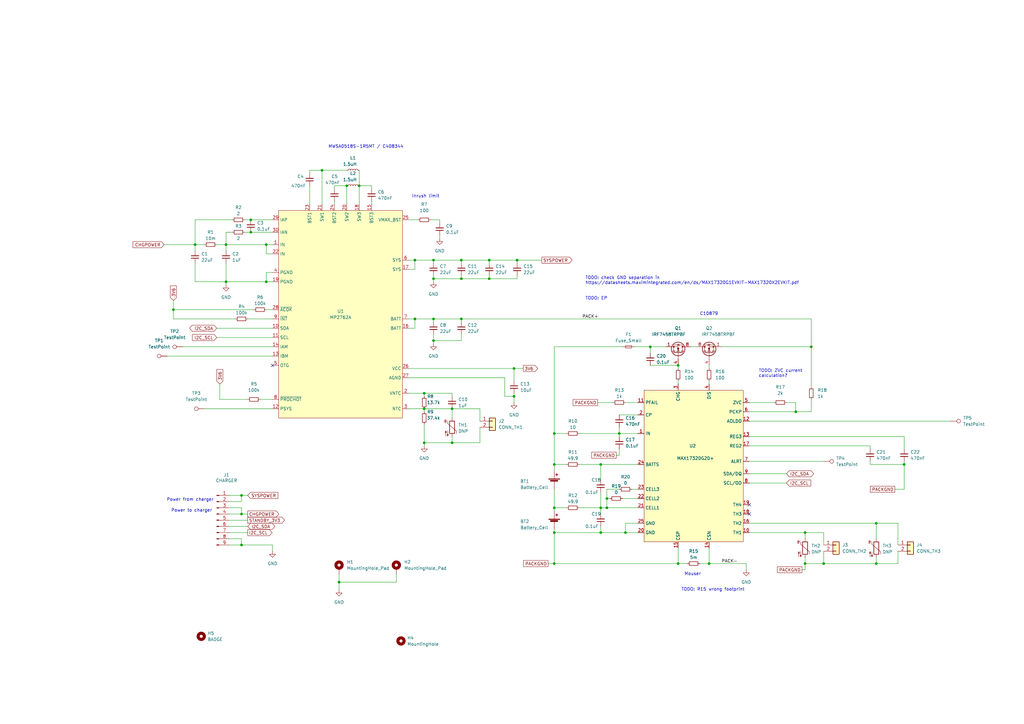
<source format=kicad_sch>
(kicad_sch (version 20211123) (generator eeschema)
  (paper "A3")
  (lib_symbols
    (symbol "Connector:Conn_01x09_Male" (pin_names (offset 1.016) hide)
      (property "Reference" "J" (at 0 12.7 0))
      (property "Value" "Conn_01x09_Male" (at 0 -12.7 0))
      (symbol "Conn_01x09_Male_1_1"
        (pin passive line (at 5.08 10.16 180) (length 3.81) (name "Pin_1") (number "1"))
        (pin passive line (at 5.08 7.62 180) (length 3.81) (name "Pin_2") (number "2"))
        (pin passive line (at 5.08 5.08 180) (length 3.81) (name "Pin_3") (number "3"))
        (pin passive line (at 5.08 2.54 180) (length 3.81) (name "Pin_4") (number "4"))
        (pin passive line (at 5.08 0 180) (length 3.81) (name "Pin_5") (number "5"))
        (pin passive line (at 5.08 -2.54 180) (length 3.81) (name "Pin_6") (number "6"))
        (pin passive line (at 5.08 -5.08 180) (length 3.81) (name "Pin_7") (number "7"))
        (pin passive line (at 5.08 -7.62 180) (length 3.81) (name "Pin_8") (number "8"))
        (pin passive line (at 5.08 -10.16 180) (length 3.81) (name "Pin_9") (number "9"))
      )
    )
    (symbol "Connector:TestPoint" (pin_numbers hide) (pin_names (offset 0.762) hide)
      (property "Reference" "TP" (at 0 6.858 0))
      (property "Value" "TestPoint" (at 0 5.08 0))
      (symbol "TestPoint_1_1"
        (pin passive line (at 0 0 90) (length 2.54) (name "1") (number "1"))
      )
    )
    (symbol "Connector_Generic:Conn_01x02" (pin_names (offset 1.016) hide)
      (property "Reference" "J" (at 0 2.54 0))
      (property "Value" "Conn_01x02" (at 0 -5.08 0))
      (symbol "Conn_01x02_1_1"
        (pin passive line (at -5.08 0 0) (length 3.81) (name "Pin_1") (number "1"))
        (pin passive line (at -5.08 -2.54 0) (length 3.81) (name "Pin_2") (number "2"))
      )
    )
    (symbol "Device:Battery_Cell" (pin_numbers hide) (pin_names (offset 0) hide)
      (property "Reference" "BT" (at 2.54 2.54 0))
      (property "Value" "Battery_Cell" (at 2.54 0 0))
      (symbol "Battery_Cell_1_1"
        (pin passive line (at 0 5.08 270) (length 2.54) (name "+") (number "1"))
        (pin passive line (at 0 -2.54 90) (length 2.54) (name "-") (number "2"))
      )
    )
    (symbol "Device:C_Small" (pin_numbers hide) (pin_names (offset 0.254) hide)
      (property "Reference" "C" (at 0.254 1.778 0))
      (property "Value" "C_Small" (at 0.254 -2.032 0))
      (symbol "C_Small_1_1"
        (pin passive line (at 0 2.54 270) (length 2.032) (name "~") (number "1"))
        (pin passive line (at 0 -2.54 90) (length 2.032) (name "~") (number "2"))
      )
    )
    (symbol "Device:Fuse_Small" (pin_numbers hide) (pin_names (offset 0.254) hide)
      (property "Reference" "F" (at 0 -1.524 0))
      (property "Value" "Fuse_Small" (at 0 1.524 0))
      (symbol "Fuse_Small_1_1"
        (pin passive line (at -2.54 0 0) (length 1.27) (name "~") (number "1"))
        (pin passive line (at 2.54 0 180) (length 1.27) (name "~") (number "2"))
      )
    )
    (symbol "Device:L_Small" (pin_numbers hide) (pin_names (offset 0.254) hide)
      (property "Reference" "L" (at 0.762 1.016 0))
      (property "Value" "L_Small" (at 0.762 -1.016 0))
      (symbol "L_Small_1_1"
        (pin passive line (at 0 2.54 270) (length 0.508) (name "~") (number "1"))
        (pin passive line (at 0 -2.54 90) (length 0.508) (name "~") (number "2"))
      )
    )
    (symbol "Device:R_Small" (pin_numbers hide) (pin_names (offset 0.254) hide)
      (property "Reference" "R" (at 0.762 0.508 0))
      (property "Value" "R_Small" (at 0.762 -1.016 0))
      (symbol "R_Small_1_1"
        (pin passive line (at 0 2.54 270) (length 0.762) (name "~") (number "1"))
        (pin passive line (at 0 -2.54 90) (length 0.762) (name "~") (number "2"))
      )
    )
    (symbol "Device:Thermistor_NTC" (pin_numbers hide) (pin_names (offset 0))
      (property "Reference" "TH" (at -4.445 0 90))
      (property "Value" "Thermistor_NTC" (at 3.175 0 90))
      (symbol "Thermistor_NTC_1_1"
        (pin passive line (at 0 3.81 270) (length 1.27) (name "~") (number "1"))
        (pin passive line (at 0 -3.81 90) (length 1.27) (name "~") (number "2"))
      )
    )
    (symbol "Mechanical:MountingHole" (pin_names (offset 1.016))
      (property "Reference" "H" (at 0 5.08 0))
      (property "Value" "MountingHole" (at 0 3.175 0))
    )
    (symbol "Mechanical:MountingHole_Pad" (pin_numbers hide) (pin_names (offset 1.016) hide)
      (property "Reference" "H" (at 0 6.35 0))
      (property "Value" "MountingHole_Pad" (at 0 4.445 0))
      (symbol "MountingHole_Pad_1_1"
        (pin input line (at 0 -2.54 90) (length 2.54) (name "1") (number "1"))
      )
    )
    (symbol "Transistor_FET:IRF7403" (pin_names hide)
      (property "Reference" "Q" (at 5.08 2.54 0))
      (property "Value" "IRF7403" (at 5.08 0 0))
      (symbol "IRF7403_1_1"
        (pin passive line (at 2.54 -5.08 90) (length 2.54) (name "S") (number "1"))
        (pin passive line (at 2.54 -5.08 90) (length 2.54) hide (name "S") (number "2"))
        (pin passive line (at 2.54 -5.08 90) (length 2.54) hide (name "S") (number "3"))
        (pin input line (at -5.08 0 0) (length 2.54) (name "G") (number "4"))
        (pin passive line (at 2.54 5.08 270) (length 2.54) hide (name "D") (number "5"))
        (pin passive line (at 2.54 5.08 270) (length 2.54) hide (name "D") (number "6"))
        (pin passive line (at 2.54 5.08 270) (length 2.54) hide (name "D") (number "7"))
        (pin passive line (at 2.54 5.08 270) (length 2.54) (name "D") (number "8"))
      )
    )
    (symbol "pocket-reform-charger:MAX17320G"
      (property "Reference" "U2" (at -1.7906 2.54 0))
      (property "Value" "MAX17320G" (at -6.8706 -2.54 0))
      (symbol "MAX17320G_1_1"
        (pin power_in line (at -22.86 7.62 0) (length 2.54) (name "IN") (number "1"))
        (pin input line (at 22.86 -33.02 180) (length 2.54) (name "TH1") (number "10"))
        (pin input line (at -22.86 20.32 0) (length 2.54) (name "PFAIL") (number "11"))
        (pin passive line (at 22.86 12.7 180) (length 2.54) (name "AOLDO") (number "12"))
        (pin input line (at 22.86 6.35 180) (length 2.54) (name "REG3") (number "13"))
        (pin input line (at 6.35 -39.37 90) (length 2.54) (name "CSN") (number "14"))
        (pin input line (at -6.35 -39.37 90) (length 2.54) (name "CSP") (number "15"))
        (pin input line (at 22.86 -29.21 180) (length 2.54) (name "TH2") (number "16"))
        (pin input line (at 22.86 2.54 180) (length 2.54) (name "REG2") (number "17"))
        (pin input line (at 22.86 -25.4 180) (length 2.54) (name "TH3") (number "18"))
        (pin input line (at 22.86 -21.59 180) (length 2.54) (name "TH4") (number "19"))
        (pin input line (at -22.86 15.24 0) (length 2.54) (name "CP") (number "2"))
        (pin input line (at -22.86 -33.02 0) (length 2.54) (name "GND") (number "20"))
        (pin input line (at -22.86 -22.86 0) (length 2.54) (name "CELL1") (number "21"))
        (pin input line (at -22.86 -19.05 0) (length 2.54) (name "CELL2") (number "22"))
        (pin input line (at -22.86 -15.24 0) (length 2.54) (name "CELL3") (number "23"))
        (pin input line (at -22.86 -5.08 0) (length 2.54) (name "BATTS") (number "24"))
        (pin input line (at -22.86 -29.21 0) (length 2.54) (name "GND") (number "25"))
        (pin input line (at -6.35 27.94 270) (length 2.54) (name "CHG") (number "3"))
        (pin input line (at 6.35 27.94 270) (length 2.54) (name "DIS") (number "4"))
        (pin passive line (at 22.86 20.32 180) (length 2.54) (name "ZVC") (number "5"))
        (pin passive line (at 22.86 16.51 180) (length 2.54) (name "PCKP") (number "6"))
        (pin output line (at 22.86 -3.81 180) (length 2.54) (name "ALRT") (number "7"))
        (pin input line (at 22.86 -12.7 180) (length 2.54) (name "SCL/OD") (number "8"))
        (pin bidirectional line (at 22.86 -8.89 180) (length 2.54) (name "SDA/DQ") (number "9"))
      )
    )
    (symbol "pocket-reform-charger:MP2762A"
      (property "Reference" "U?" (at 0 0.635 0))
      (property "Value" "MP2762A" (at 0 -1.905 0))
      (symbol "MP2762A_1_1"
        (pin power_in line (at -27.94 27.94 0) (length 2.54) (name "IN") (number "1"))
        (pin bidirectional line (at -27.94 -6.35 0) (length 2.54) (name "SDA") (number "10"))
        (pin input line (at -27.94 -10.16 0) (length 2.54) (name "SCL") (number "11"))
        (pin input line (at -27.94 -39.37 0) (length 2.54) (name "PSYS") (number "12"))
        (pin input line (at -27.94 -17.78 0) (length 2.54) (name "IBM") (number "13"))
        (pin input line (at -27.94 -13.97 0) (length 2.54) (name "IAM") (number "14"))
        (pin input line (at 12.7 44.45 270) (length 2.54) (name "BST3") (number "15"))
        (pin input line (at 27.94 -6.35 180) (length 2.54) (name "BATT") (number "16"))
        (pin power_out line (at 27.94 17.78 180) (length 2.54) (name "SYS") (number "17"))
        (pin input line (at 7.62 44.45 270) (length 2.54) (name "SW3") (number "18"))
        (pin power_in line (at -27.94 12.7 0) (length 2.54) (name "PGND") (number "19"))
        (pin input line (at 27.94 -33.02 180) (length 2.54) (name "VNTC") (number "2"))
        (pin input line (at 2.54 44.45 270) (length 2.54) (name "SW2") (number "20"))
        (pin input line (at -7.62 44.45 270) (length 2.54) (name "SW1") (number "21"))
        (pin power_in line (at -27.94 24.13 0) (length 2.54) (name "IN") (number "22"))
        (pin input line (at -12.7 44.45 270) (length 2.54) (name "BST1") (number "23"))
        (pin input line (at -2.54 44.45 270) (length 2.54) (name "BST2") (number "24"))
        (pin input line (at 27.94 38.1 180) (length 2.54) (name "VMAX_BST") (number "25"))
        (pin power_in line (at 27.94 -22.86 180) (length 2.54) (name "VCC") (number "26"))
        (pin power_in line (at 27.94 -26.67 180) (length 2.54) (name "AGND") (number "27"))
        (pin input line (at -27.94 1.27 0) (length 2.54) (name "~{ACOK}") (number "28"))
        (pin input line (at -27.94 38.1 0) (length 2.54) (name "IAP") (number "29"))
        (pin input line (at 27.94 -39.37 180) (length 2.54) (name "NTC") (number "3"))
        (pin power_in line (at -27.94 33.02 0) (length 2.54) (name "IAN") (number "30"))
        (pin power_in line (at -27.94 16.51 0) (length 2.54) (name "PGND") (number "4"))
        (pin input line (at -27.94 -21.59 0) (length 2.54) (name "OTG") (number "5"))
        (pin power_out line (at 27.94 21.59 180) (length 2.54) (name "SYS") (number "6"))
        (pin input line (at 27.94 -2.54 180) (length 2.54) (name "BATT") (number "7"))
        (pin input line (at -27.94 -35.56 0) (length 2.54) (name "~{PROCHOT}") (number "8"))
        (pin input line (at -27.94 -2.54 0) (length 2.54) (name "~{INT}") (number "9"))
      )
    )
    (symbol "power:GND" (power) (pin_names (offset 0))
      (property "Value" "GND" (at 0 -3.81 0))
      (symbol "GND_1_1"
        (pin power_in line (at 0 0 270) (length 0) hide (name "GND") (number "1"))
      )
    )
  )
  (junction (at 278.13 231.14))
  (junction (at 173.99 161.29))
  (junction (at 266.7 142.24))
  (junction (at 359.41 231.14))
  (junction (at 177.8 139.7))
  (junction (at 173.99 181.61))
  (junction (at 337.82 231.14))
  (junction (at 71.12 127))
  (junction (at 189.23 130.81))
  (junction (at 332.74 142.24))
  (junction (at 246.38 218.44))
  (junction (at 278.13 149.86))
  (junction (at 227.33 231.14))
  (junction (at 248.92 208.28))
  (junction (at 177.8 114.3))
  (junction (at 326.39 168.91))
  (junction (at 227.33 177.8))
  (junction (at 210.82 151.13))
  (junction (at 92.71 100.33))
  (junction (at 102.87 90.17))
  (junction (at 102.87 95.25))
  (junction (at 109.22 115.57))
  (junction (at 109.22 100.33))
  (junction (at 80.01 100.33))
  (junction (at 254 177.8))
  (junction (at 185.42 181.61))
  (junction (at 246.38 190.5))
  (junction (at 290.83 231.14))
  (junction (at 359.41 214.63))
  (junction (at 210.82 162.56))
  (junction (at 170.18 130.81))
  (junction (at 246.38 208.28))
  (junction (at 330.2 218.44))
  (junction (at 212.09 106.68))
  (junction (at 256.54 218.44))
  (junction (at 173.99 167.64))
  (junction (at 185.42 167.64))
  (junction (at 200.66 106.68))
  (junction (at 99.06 203.2))
  (junction (at 132.08 69.85))
  (junction (at 99.06 223.52))
  (junction (at 248.92 204.47))
  (junction (at 189.23 114.3))
  (junction (at 330.2 231.14))
  (junction (at 142.24 76.2))
  (junction (at 189.23 106.68))
  (junction (at 200.66 114.3))
  (junction (at 227.33 208.28))
  (junction (at 99.06 210.82))
  (junction (at 227.33 190.5))
  (junction (at 147.32 76.2))
  (junction (at 370.84 190.5))
  (junction (at 227.33 218.44))
  (junction (at 177.8 106.68))
  (junction (at 170.18 106.68))
  (junction (at 139.065 238.76))
  (junction (at 92.71 115.57))
  (junction (at 177.8 130.81))
  (no_connect (at 307.34 207.01))
  (no_connect (at 307.34 210.82))
  (no_connect (at 111.76 149.86))
  (wire (pts (xy 326.39 165.1) (xy 322.58 165.1)))
  (wire (pts (xy 173.99 173.99) (xy 173.99 181.61)))
  (wire (pts (xy 80.01 100.33) (xy 80.01 102.87)))
  (wire (pts (xy 83.82 167.64) (xy 111.76 167.64)))
  (wire (pts (xy 207.01 162.56) (xy 210.82 162.56)))
  (wire (pts (xy 100.33 95.25) (xy 102.87 95.25)))
  (wire (pts (xy 359.41 231.14) (xy 359.41 228.6)))
  (wire (pts (xy 330.2 218.44) (xy 337.82 218.44)))
  (wire (pts (xy 99.06 220.98) (xy 99.06 223.52)))
  (wire (pts (xy 167.64 161.29) (xy 173.99 161.29)))
  (wire (pts (xy 259.08 200.66) (xy 261.62 200.66)))
  (wire (pts (xy 337.82 218.44) (xy 337.82 223.52)))
  (wire (pts (xy 332.74 168.91) (xy 332.74 163.83)))
  (wire (pts (xy 307.34 168.91) (xy 326.39 168.91)))
  (wire (pts (xy 278.13 156.21) (xy 278.13 157.48)))
  (wire (pts (xy 254 200.66) (xy 248.92 200.66)))
  (wire (pts (xy 167.64 151.13) (xy 210.82 151.13)))
  (wire (pts (xy 283.21 142.24) (xy 285.75 142.24)))
  (wire (pts (xy 92.71 116.84) (xy 92.71 115.57)))
  (wire (pts (xy 359.41 220.98) (xy 359.41 214.63)))
  (wire (pts (xy 132.08 69.85) (xy 127 69.85)))
  (wire (pts (xy 207.01 154.94) (xy 207.01 162.56)))
  (wire (pts (xy 254 175.26) (xy 254 177.8)))
  (wire (pts (xy 170.18 130.81) (xy 170.18 134.62)))
  (wire (pts (xy 227.33 208.28) (xy 227.33 209.55)))
  (wire (pts (xy 210.82 162.56) (xy 210.82 165.1)))
  (wire (pts (xy 328.93 233.68) (xy 330.2 233.68)))
  (wire (pts (xy 93.98 205.74) (xy 99.06 205.74)))
  (wire (pts (xy 93.98 210.82) (xy 99.06 210.82)))
  (wire (pts (xy 99.06 208.28) (xy 99.06 210.82)))
  (wire (pts (xy 332.74 130.81) (xy 332.74 142.24)))
  (wire (pts (xy 177.8 114.3) (xy 189.23 114.3)))
  (wire (pts (xy 167.64 167.64) (xy 173.99 167.64)))
  (wire (pts (xy 224.79 231.14) (xy 227.33 231.14)))
  (wire (pts (xy 74.93 142.24) (xy 111.76 142.24)))
  (wire (pts (xy 167.64 90.17) (xy 171.45 90.17)))
  (wire (pts (xy 290.83 231.14) (xy 306.07 231.14)))
  (wire (pts (xy 237.49 177.8) (xy 254 177.8)))
  (wire (pts (xy 93.98 208.28) (xy 99.06 208.28)))
  (wire (pts (xy 356.87 190.5) (xy 356.87 189.23)))
  (wire (pts (xy 90.17 163.83) (xy 90.17 157.48)))
  (wire (pts (xy 367.03 200.66) (xy 370.84 200.66)))
  (wire (pts (xy 359.41 214.63) (xy 368.3 214.63)))
  (wire (pts (xy 356.87 182.88) (xy 356.87 184.15)))
  (wire (pts (xy 210.82 161.29) (xy 210.82 162.56)))
  (wire (pts (xy 368.3 214.63) (xy 368.3 223.52)))
  (wire (pts (xy 152.4 82.55) (xy 152.4 83.82)))
  (wire (pts (xy 167.64 154.94) (xy 207.01 154.94)))
  (wire (pts (xy 96.52 130.81) (xy 71.12 130.81)))
  (wire (pts (xy 307.34 194.31) (xy 322.58 194.31)))
  (wire (pts (xy 332.74 142.24) (xy 295.91 142.24)))
  (wire (pts (xy 127 76.2) (xy 127 83.82)))
  (wire (pts (xy 106.68 163.83) (xy 111.76 163.83)))
  (wire (pts (xy 326.39 168.91) (xy 332.74 168.91)))
  (wire (pts (xy 307.34 182.88) (xy 356.87 182.88)))
  (wire (pts (xy 185.42 167.64) (xy 196.85 167.64)))
  (wire (pts (xy 227.33 218.44) (xy 227.33 217.17)))
  (wire (pts (xy 246.38 190.5) (xy 246.38 196.85)))
  (wire (pts (xy 227.33 200.66) (xy 227.33 208.28)))
  (wire (pts (xy 227.33 190.5) (xy 227.33 193.04)))
  (wire (pts (xy 173.99 161.29) (xy 185.42 161.29)))
  (wire (pts (xy 111.76 226.06) (xy 111.76 223.52)))
  (wire (pts (xy 139.065 238.76) (xy 162.56 238.76)))
  (wire (pts (xy 132.08 83.82) (xy 132.08 69.85)))
  (wire (pts (xy 170.18 130.81) (xy 177.8 130.81)))
  (wire (pts (xy 290.83 156.21) (xy 290.83 157.48)))
  (wire (pts (xy 173.99 161.29) (xy 173.99 162.56)))
  (wire (pts (xy 200.66 113.03) (xy 200.66 114.3)))
  (wire (pts (xy 196.85 181.61) (xy 196.85 175.26)))
  (wire (pts (xy 177.8 113.03) (xy 177.8 114.3)))
  (wire (pts (xy 92.71 115.57) (xy 109.22 115.57)))
  (wire (pts (xy 93.98 218.44) (xy 101.6 218.44)))
  (wire (pts (xy 232.41 177.8) (xy 227.33 177.8)))
  (wire (pts (xy 111.76 104.14) (xy 109.22 104.14)))
  (wire (pts (xy 248.92 204.47) (xy 250.19 204.47)))
  (wire (pts (xy 252.73 186.69) (xy 254 186.69)))
  (wire (pts (xy 177.8 130.81) (xy 177.8 132.08)))
  (wire (pts (xy 80.01 100.33) (xy 83.82 100.33)))
  (wire (pts (xy 330.2 220.98) (xy 330.2 218.44)))
  (wire (pts (xy 254 170.18) (xy 261.62 170.18)))
  (wire (pts (xy 189.23 106.68) (xy 189.23 107.95)))
  (wire (pts (xy 162.56 238.76) (xy 162.56 235.585)))
  (wire (pts (xy 307.34 198.12) (xy 322.58 198.12)))
  (wire (pts (xy 212.09 106.68) (xy 212.09 107.95)))
  (wire (pts (xy 109.22 104.14) (xy 109.22 100.33)))
  (wire (pts (xy 109.22 100.33) (xy 111.76 100.33)))
  (wire (pts (xy 173.99 167.64) (xy 173.99 168.91)))
  (wire (pts (xy 210.82 151.13) (xy 214.63 151.13)))
  (wire (pts (xy 93.98 220.98) (xy 99.06 220.98)))
  (wire (pts (xy 189.23 106.68) (xy 200.66 106.68)))
  (wire (pts (xy 92.71 95.25) (xy 92.71 100.33)))
  (wire (pts (xy 261.62 214.63) (xy 256.54 214.63)))
  (wire (pts (xy 307.34 165.1) (xy 317.5 165.1)))
  (wire (pts (xy 177.8 106.68) (xy 189.23 106.68)))
  (wire (pts (xy 246.38 208.28) (xy 246.38 210.82)))
  (wire (pts (xy 147.32 76.2) (xy 152.4 76.2)))
  (wire (pts (xy 248.92 200.66) (xy 248.92 204.47)))
  (wire (pts (xy 359.41 214.63) (xy 307.34 214.63)))
  (wire (pts (xy 210.82 151.13) (xy 210.82 156.21)))
  (wire (pts (xy 100.33 90.17) (xy 102.87 90.17)))
  (wire (pts (xy 92.71 100.33) (xy 109.22 100.33)))
  (wire (pts (xy 80.01 115.57) (xy 80.01 107.95)))
  (wire (pts (xy 127 69.85) (xy 127 71.12)))
  (wire (pts (xy 189.23 113.03) (xy 189.23 114.3)))
  (wire (pts (xy 132.08 69.85) (xy 142.24 69.85)))
  (wire (pts (xy 139.065 235.585) (xy 139.065 238.76)))
  (wire (pts (xy 177.8 139.7) (xy 189.23 139.7)))
  (wire (pts (xy 246.38 215.9) (xy 246.38 218.44)))
  (wire (pts (xy 71.12 130.81) (xy 71.12 127)))
  (wire (pts (xy 255.27 204.47) (xy 261.62 204.47)))
  (wire (pts (xy 266.7 142.24) (xy 266.7 144.78)))
  (wire (pts (xy 137.16 82.55) (xy 137.16 83.82)))
  (wire (pts (xy 256.54 165.1) (xy 261.62 165.1)))
  (wire (pts (xy 359.41 231.14) (xy 368.3 231.14)))
  (wire (pts (xy 101.6 130.81) (xy 111.76 130.81)))
  (wire (pts (xy 99.06 203.2) (xy 101.6 203.2)))
  (wire (pts (xy 109.22 127) (xy 111.76 127)))
  (wire (pts (xy 180.34 91.44) (xy 180.34 90.17)))
  (wire (pts (xy 278.13 149.86) (xy 278.13 151.13)))
  (wire (pts (xy 246.38 201.93) (xy 246.38 208.28)))
  (wire (pts (xy 370.84 190.5) (xy 356.87 190.5)))
  (wire (pts (xy 212.09 114.3) (xy 212.09 113.03)))
  (wire (pts (xy 200.66 114.3) (xy 212.09 114.3)))
  (wire (pts (xy 167.64 106.68) (xy 170.18 106.68)))
  (wire (pts (xy 177.8 114.3) (xy 177.8 115.57)))
  (wire (pts (xy 71.12 127) (xy 104.14 127)))
  (wire (pts (xy 99.06 210.82) (xy 101.6 210.82)))
  (wire (pts (xy 99.06 223.52) (xy 111.76 223.52)))
  (wire (pts (xy 306.07 233.68) (xy 306.07 231.14)))
  (wire (pts (xy 189.23 130.81) (xy 189.23 132.08)))
  (wire (pts (xy 180.34 96.52) (xy 180.34 97.79)))
  (wire (pts (xy 170.18 106.68) (xy 170.18 110.49)))
  (wire (pts (xy 196.85 167.64) (xy 196.85 172.72)))
  (wire (pts (xy 256.54 214.63) (xy 256.54 218.44)))
  (wire (pts (xy 307.34 218.44) (xy 330.2 218.44)))
  (wire (pts (xy 330.2 231.14) (xy 330.2 233.68)))
  (wire (pts (xy 68.58 146.05) (xy 111.76 146.05)))
  (wire (pts (xy 137.16 76.2) (xy 142.24 76.2)))
  (wire (pts (xy 180.34 90.17) (xy 176.53 90.17)))
  (wire (pts (xy 99.06 223.52) (xy 93.98 223.52)))
  (wire (pts (xy 278.13 231.14) (xy 278.13 224.79)))
  (wire (pts (xy 370.84 190.5) (xy 370.84 200.66)))
  (wire (pts (xy 173.99 167.64) (xy 185.42 167.64)))
  (wire (pts (xy 109.22 111.76) (xy 109.22 115.57)))
  (wire (pts (xy 88.9 134.62) (xy 111.76 134.62)))
  (wire (pts (xy 185.42 181.61) (xy 196.85 181.61)))
  (wire (pts (xy 102.87 95.25) (xy 111.76 95.25)))
  (wire (pts (xy 93.98 203.2) (xy 99.06 203.2)))
  (wire (pts (xy 248.92 208.28) (xy 261.62 208.28)))
  (wire (pts (xy 95.25 90.17) (xy 80.01 90.17)))
  (wire (pts (xy 152.4 77.47) (xy 152.4 76.2)))
  (wire (pts (xy 254 186.69) (xy 254 184.15)))
  (wire (pts (xy 111.76 111.76) (xy 109.22 111.76)))
  (wire (pts (xy 246.38 208.28) (xy 248.92 208.28)))
  (wire (pts (xy 137.16 77.47) (xy 137.16 76.2)))
  (wire (pts (xy 307.34 189.23) (xy 337.82 189.23)))
  (wire (pts (xy 189.23 114.3) (xy 200.66 114.3)))
  (wire (pts (xy 92.71 115.57) (xy 80.01 115.57)))
  (wire (pts (xy 185.42 181.61) (xy 185.42 179.07)))
  (wire (pts (xy 254 177.8) (xy 261.62 177.8)))
  (wire (pts (xy 170.18 134.62) (xy 167.64 134.62)))
  (wire (pts (xy 167.64 130.81) (xy 170.18 130.81)))
  (wire (pts (xy 248.92 208.28) (xy 248.92 204.47)))
  (wire (pts (xy 170.18 106.68) (xy 177.8 106.68)))
  (wire (pts (xy 185.42 167.64) (xy 185.42 171.45)))
  (wire (pts (xy 139.065 238.76) (xy 139.065 241.935)))
  (wire (pts (xy 109.22 115.57) (xy 111.76 115.57)))
  (wire (pts (xy 177.8 137.16) (xy 177.8 139.7)))
  (wire (pts (xy 67.31 100.33) (xy 80.01 100.33)))
  (wire (pts (xy 260.35 142.24) (xy 266.7 142.24)))
  (wire (pts (xy 261.62 218.44) (xy 256.54 218.44)))
  (wire (pts (xy 337.82 226.06) (xy 337.82 231.14)))
  (wire (pts (xy 266.7 149.86) (xy 278.13 149.86)))
  (wire (pts (xy 237.49 190.5) (xy 246.38 190.5)))
  (wire (pts (xy 177.8 106.68) (xy 177.8 107.95)))
  (wire (pts (xy 290.83 231.14) (xy 287.02 231.14)))
  (wire (pts (xy 185.42 161.29) (xy 185.42 162.56)))
  (wire (pts (xy 147.32 69.85) (xy 147.32 76.2)))
  (wire (pts (xy 92.71 100.33) (xy 92.71 102.87)))
  (wire (pts (xy 337.82 231.14) (xy 359.41 231.14)))
  (wire (pts (xy 246.38 208.28) (xy 237.49 208.28)))
  (wire (pts (xy 227.33 190.5) (xy 232.41 190.5)))
  (wire (pts (xy 99.06 205.74) (xy 99.06 203.2)))
  (wire (pts (xy 266.7 142.24) (xy 273.05 142.24)))
  (wire (pts (xy 278.13 231.14) (xy 227.33 231.14)))
  (wire (pts (xy 370.84 189.23) (xy 370.84 190.5)))
  (wire (pts (xy 370.84 179.07) (xy 370.84 184.15)))
  (wire (pts (xy 290.83 224.79) (xy 290.83 231.14)))
  (wire (pts (xy 245.11 165.1) (xy 251.46 165.1)))
  (wire (pts (xy 177.8 139.7) (xy 177.8 140.97)))
  (wire (pts (xy 232.41 208.28) (xy 227.33 208.28)))
  (wire (pts (xy 88.9 138.43) (xy 111.76 138.43)))
  (wire (pts (xy 189.23 130.81) (xy 332.74 130.81)))
  (wire (pts (xy 189.23 139.7) (xy 189.23 137.16)))
  (wire (pts (xy 307.34 179.07) (xy 370.84 179.07)))
  (wire (pts (xy 173.99 181.61) (xy 185.42 181.61)))
  (wire (pts (xy 142.24 76.2) (xy 142.24 83.82)))
  (wire (pts (xy 88.9 100.33) (xy 92.71 100.33)))
  (wire (pts (xy 200.66 106.68) (xy 212.09 106.68)))
  (wire (pts (xy 71.12 123.19) (xy 71.12 127)))
  (wire (pts (xy 173.99 181.61) (xy 173.99 182.88)))
  (wire (pts (xy 281.94 231.14) (xy 278.13 231.14)))
  (wire (pts (xy 246.38 190.5) (xy 261.62 190.5)))
  (wire (pts (xy 246.38 218.44) (xy 227.33 218.44)))
  (wire (pts (xy 80.01 90.17) (xy 80.01 100.33)))
  (wire (pts (xy 101.6 163.83) (xy 90.17 163.83)))
  (wire (pts (xy 330.2 231.14) (xy 337.82 231.14)))
  (wire (pts (xy 177.8 130.81) (xy 189.23 130.81)))
  (wire (pts (xy 170.18 110.49) (xy 167.64 110.49)))
  (wire (pts (xy 254 177.8) (xy 254 179.07)))
  (wire (pts (xy 200.66 106.68) (xy 200.66 107.95)))
  (wire (pts (xy 227.33 218.44) (xy 227.33 231.14)))
  (wire (pts (xy 93.98 215.9) (xy 101.6 215.9)))
  (wire (pts (xy 212.09 106.68) (xy 222.25 106.68)))
  (wire (pts (xy 93.98 213.36) (xy 101.6 213.36)))
  (wire (pts (xy 290.83 149.86) (xy 290.83 151.13)))
  (wire (pts (xy 326.39 168.91) (xy 326.39 165.1)))
  (wire (pts (xy 307.34 172.72) (xy 389.89 172.72)))
  (wire (pts (xy 368.3 231.14) (xy 368.3 226.06)))
  (wire (pts (xy 332.74 142.24) (xy 332.74 158.75)))
  (wire (pts (xy 95.25 95.25) (xy 92.71 95.25)))
  (wire (pts (xy 92.71 107.95) (xy 92.71 115.57)))
  (wire (pts (xy 102.87 90.17) (xy 111.76 90.17)))
  (wire (pts (xy 255.27 142.24) (xy 227.33 142.24)))
  (wire (pts (xy 147.32 76.2) (xy 147.32 83.82)))
  (wire (pts (xy 330.2 228.6) (xy 330.2 231.14)))
  (wire (pts (xy 227.33 142.24) (xy 227.33 177.8)))
  (wire (pts (xy 227.33 177.8) (xy 227.33 190.5)))
  (wire (pts (xy 256.54 218.44) (xy 246.38 218.44)))
  (text "MWSA0518S-1R5MT / C408344" (at 134.62 60.96 0) (effects (font (size 1.27 1.27)) (justify left bottom)))
  (text "TODO: ZVC current\ncalculation?" (at 311.15 154.94 0) (effects (font (size 1.27 1.27)) (justify left bottom)))
  (text "TODO: EP" (at 240.03 123.19 0) (effects (font (size 1.27 1.27)) (justify left bottom)))
  (text "C10879" (at 287.02 129.54 0) (effects (font (size 1.27 1.27)) (justify left bottom)))
  (text "Mouser" (at 280.67 236.22 0) (effects (font (size 1.27 1.27)) (justify left bottom)))
  (text "TODO: check GND separation in\nhttps://datasheets.maximintegrated.com/en/ds/MAX17320G1EVKIT-MAX17320X2EVKIT.pdf" (at 240.03 116.84 0) (effects (font (size 1.27 1.27)) (justify left bottom)))
  (text "TODO: R15 wrong footprint" (at 279.4 242.57 0) (effects (font (size 1.27 1.27)) (justify left bottom)))
  (text "inrush limit" (at 168.91 81.28 0) (effects (font (size 1.27 1.27)) (justify left bottom)))
  (text "Power from charger" (at 87.63 205.74 180) (effects (font (size 1.27 1.27)) (justify right bottom)))
  (text "Power to charger" (at 86.995 210.185 180) (effects (font (size 1.27 1.27)) (justify right bottom)))
  (label "PACK+" (at 238.76 130.81 0))
  (label "PACK-" (at 295.91 231.14 0))
  (global_label "PACKGND" (shape passive) (at 328.93 233.68 180) (property "Intersheet References" "${INTERSHEET_REFS}" (effects hide)))
  (global_label "PACKGND" (shape passive) (at 367.03 200.66 180) (property "Intersheet References" "${INTERSHEET_REFS}" (effects hide)))
  (global_label "CHGPOWER" (shape output) (at 101.6 210.82 0) (property "Intersheet References" "${INTERSHEET_REFS}" (effects hide)))
  (global_label "PACKGND" (shape passive) (at 224.79 231.14 180) (property "Intersheet References" "${INTERSHEET_REFS}" (effects hide)))
  (global_label "SYSPOWER" (shape input) (at 101.6 203.2 0) (property "Intersheet References" "${INTERSHEET_REFS}" (effects hide)))
  (global_label "I2C_SDA" (shape bidirectional) (at 322.58 194.31 0) (property "Intersheet References" "${INTERSHEET_REFS}" (effects hide)))
  (global_label "SYSPOWER" (shape output) (at 222.25 106.68 0) (property "Intersheet References" "${INTERSHEET_REFS}" (effects hide)))
  (global_label "3V6" (shape input) (at 71.12 123.19 90) (property "Intersheet References" "${INTERSHEET_REFS}" (effects hide)))
  (global_label "3V6" (shape input) (at 90.17 157.48 90) (property "Intersheet References" "${INTERSHEET_REFS}" (effects hide)))
  (global_label "I2C_SDA" (shape bidirectional) (at 88.9 134.62 180) (property "Intersheet References" "${INTERSHEET_REFS}" (effects hide)))
  (global_label "I2C_SCL" (shape input) (at 322.58 198.12 0) (property "Intersheet References" "${INTERSHEET_REFS}" (effects hide)))
  (global_label "3V6" (shape output) (at 214.63 151.13 0) (property "Intersheet References" "${INTERSHEET_REFS}" (effects hide)))
  (global_label "STANDBY_3V3" (shape output) (at 101.6 213.36 0) (property "Intersheet References" "${INTERSHEET_REFS}" (effects hide)))
  (global_label "PACKGND" (shape passive) (at 245.11 165.1 180) (property "Intersheet References" "${INTERSHEET_REFS}" (effects hide)))
  (global_label "I2C_SCL" (shape input) (at 88.9 138.43 180) (property "Intersheet References" "${INTERSHEET_REFS}" (effects hide)))
  (global_label "CHGPOWER" (shape input) (at 67.31 100.33 180) (property "Intersheet References" "${INTERSHEET_REFS}" (effects hide)))
  (global_label "I2C_SDA" (shape bidirectional) (at 101.6 215.9 0) (property "Intersheet References" "${INTERSHEET_REFS}" (effects hide)))
  (global_label "I2C_SCL" (shape output) (at 101.6 218.44 0) (property "Intersheet References" "${INTERSHEET_REFS}" (effects hide)))
  (global_label "PACKGND" (shape passive) (at 252.73 186.69 180) (property "Intersheet References" "${INTERSHEET_REFS}" (effects hide)))
  (symbol (lib_id "power:GND") (at 111.76 226.06 0) (unit 1)
    (property "Reference" "#PWR0101" (effects hide))
    (property "Value" "GND" (at 111.76 231.14 0))
  )
  (symbol (lib_id "Device:C_Small") (at 189.23 134.62 0) (unit 1)
    (property "Reference" "C12" (at 191.77 133.3562 0) (effects (justify left)))
    (property "Value" "22uF" (at 191.77 135.8962 0) (effects (justify left)))
    (property "Footprint" "Capacitor_SMD:C_0805_2012Metric" (effects hide))
    (property "LCSC" "C86816" (effects hide))
    (property "Manufacturer" "Murata" (effects hide))
    (property "Manufacturer_No" "GRM21BR61E226ME44L" (effects hide))
  )
  (symbol (lib_id "Device:R_Small") (at 106.68 127 90) (unit 1)
    (property "Reference" "R6" (at 106.68 121.92 90))
    (property "Value" "100k" (at 106.68 124.46 90))
    (property "Footprint" "Resistor_SMD:R_0603_1608Metric" (effects hide))
    (property "LCSC" "C189597" (effects hide))
    (property "Manufacturer" "Panasonic" (effects hide))
    (property "Manufacturer_No" "ERJ3EKF1003V" (effects hide))
  )
  (symbol (lib_id "power:GND") (at 177.8 115.57 0) (unit 1)
    (property "Reference" "#PWR03" (effects hide))
    (property "Value" "GND" (at 177.8 120.65 0))
  )
  (symbol (lib_id "Device:R_Small") (at 173.99 165.1 0) (unit 1)
    (property "Reference" "R8" (at 176.53 162.56 0))
    (property "Value" "13.7k" (at 177.8 165.1 0))
    (property "Footprint" "Resistor_SMD:R_0603_1608Metric" (effects hide))
    (property "LCSC" "C203293" (effects hide))
    (property "Manufacturer" "Bourns" (effects hide))
    (property "Manufacturer_No" "CR0603-FX-1372ELF" (effects hide))
  )
  (symbol (lib_id "Device:C_Small") (at 246.38 199.39 180) (unit 1)
    (property "Reference" "C18" (at 242.57 196.8435 0) (effects (justify right)))
    (property "Value" "0.1uF" (at 240.03 201.9235 0) (effects (justify right)))
    (property "Footprint" "Capacitor_SMD:C_0603_1608Metric" (effects hide))
  )
  (symbol (lib_id "Device:R_Small") (at 86.36 100.33 270) (unit 1)
    (property "Reference" "R1" (at 86.36 95.25 90))
    (property "Value" "10m" (at 86.36 97.79 90))
    (property "Footprint" "Resistor_SMD:R_1206_3216Metric" (effects hide))
    (property "LCSC" "C2961483" (effects hide))
    (property "Manufacturer" "FH" (effects hide))
    (property "Manufacturer_No" "MFJ06HR010FT" (effects hide))
  )
  (symbol (lib_id "Device:Fuse_Small") (at 257.81 142.24 0) (unit 1)
    (property "Reference" "F1" (at 257.81 137.16 0))
    (property "Value" "Fuse_Small" (at 257.81 139.7 0))
    (property "Footprint" "Fuse:Fuse_1206_3216Metric" (effects hide))
    (property "LCSC" "C883133" (effects hide))
    (property "Manufacturer" "BHFUSE" (effects hide))
    (property "Manufacturer_No" "BSMD1206-150-16V" (effects hide))
  )
  (symbol (lib_id "Device:R_Small") (at 234.95 190.5 270) (unit 1)
    (property "Reference" "R11" (at 234.95 185.42 90))
    (property "Value" "49.9" (at 234.95 187.96 90))
    (property "Footprint" "Resistor_SMD:R_0603_1608Metric" (effects hide))
    (property "LCSC" "C403255" (effects hide))
    (property "Manufacturer" "Panasonic" (effects hide))
    (property "Manufacturer_No" "ERJ3EKF49R9V" (effects hide))
  )
  (symbol (lib_id "Device:C_Small") (at 137.16 80.01 180) (unit 1)
    (property "Reference" "C5" (at 135.89 72.3835 0) (effects (justify right)))
    (property "Value" "470nF" (at 133.35 74.9235 0) (effects (justify right)))
    (property "Footprint" "Capacitor_SMD:C_0603_1608Metric" (effects hide))
    (property "LCSC" "C2905413" (effects hide))
    (property "Manufacturer" "Taiyo Yuden" (effects hide))
    (property "Manufacturer_No" "UMK107B7474KAHTE" (effects hide))
  )
  (symbol (lib_id "Device:L_Small") (at 144.78 76.2 90) (unit 1)
    (property "Reference" "L2" (at 144.78 71.12 90))
    (property "Value" "1.5uH" (at 143.51 73.66 90))
    (property "Footprint" "Inductor_SMD:L_Sunlord_MWSA0518_5.4x5.2mm" (effects hide))
    (property "LCSC" "C408344" (effects hide))
  )
  (symbol (lib_id "Device:C_Small") (at 254 172.72 180) (unit 1)
    (property "Reference" "C16" (at 256.54 171.4435 0) (effects (justify right)))
    (property "Value" "470nF" (at 256.54 173.9835 0) (effects (justify right)))
    (property "Footprint" "Capacitor_SMD:C_0603_1608Metric" (effects hide))
    (property "LCSC" "C2905413" (effects hide))
    (property "Manufacturer" "Taiyo Yuden" (effects hide))
    (property "Manufacturer_No" "UMK107B7474KAHTE" (effects hide))
  )
  (symbol (lib_id "pocket-reform-charger:MAX17320G") (at 284.48 185.42 0) (unit 1)
    (property "Reference" "U2" (at 282.6894 182.88 0) (effects (justify left)))
    (property "Value" "MAX17320G20+" (at 277.6094 187.96 0) (effects (justify left)))
    (property "Footprint" "Package_DFN_QFN:QFN-24-1EP_4x4mm_P0.5mm_EP2.65x2.65mm_ThermalVias" (effects hide))
    (property "Datasheet" "https://datasheets.maximintegrated.com/en/ds/MAX17320.pdf" (effects hide))
  )
  (symbol (lib_id "Device:R_Small") (at 104.14 163.83 90) (unit 1)
    (property "Reference" "R5" (at 104.14 157.48 90))
    (property "Value" "100k" (at 104.14 160.02 90))
    (property "Footprint" "Resistor_SMD:R_0603_1608Metric" (effects hide))
    (property "LCSC" "C189597" (effects hide))
    (property "Manufacturer" "Panasonic" (effects hide))
    (property "Manufacturer_No" "ERJ3EKF1003V" (effects hide))
  )
  (symbol (lib_id "Device:C_Small") (at 370.84 186.69 180) (unit 1)
    (property "Reference" "C22" (at 373.38 185.4135 0) (effects (justify right)))
    (property "Value" "470nF" (at 373.38 187.9535 0) (effects (justify right)))
    (property "Footprint" "Capacitor_SMD:C_0603_1608Metric" (effects hide))
    (property "LCSC" "C2905413" (effects hide))
    (property "Manufacturer" "Taiyo Yuden" (effects hide))
    (property "Manufacturer_No" "UMK107B7474KAHTE" (effects hide))
  )
  (symbol (lib_id "Device:R_Small") (at 97.79 90.17 270) (unit 1)
    (property "Reference" "R2" (at 97.79 85.09 90))
    (property "Value" "2" (at 97.79 87.63 90))
    (property "Footprint" "Resistor_SMD:R_0603_1608Metric" (effects hide))
    (property "LCSC" "C403469" (effects hide))
    (property "Manufacturer" "Panasonic" (effects hide))
    (property "Manufacturer_No" "ERJ3GEYJ2R0V" (effects hide))
  )
  (symbol (lib_id "Device:C_Small") (at 200.66 110.49 0) (unit 1)
    (property "Reference" "C14" (at 203.2 109.2262 0) (effects (justify left)))
    (property "Value" "22uF" (at 203.2 111.7662 0) (effects (justify left)))
    (property "Footprint" "Capacitor_SMD:C_0805_2012Metric" (effects hide))
    (property "LCSC" "C86816" (effects hide))
    (property "Manufacturer" "Murata" (effects hide))
    (property "Manufacturer_No" "GRM21BR61E226ME44L" (effects hide))
  )
  (symbol (lib_id "Transistor_FET:IRF7403") (at 290.83 144.78 90) (unit 1)
    (property "Reference" "Q2" (at 290.83 134.62 90))
    (property "Value" "IRF7458TRPBF" (at 294.64 137.16 90))
    (property "Footprint" "Package_SO:SOIC-8_3.9x4.9mm_P1.27mm" (effects hide))
    (property "Datasheet" "https://datasheet.lcsc.com/lcsc/1804240110_Infineon-Technologies-IRF7458TRPBF_C10879.pdf" (effects hide))
    (property "LCSC" "C10879" (effects hide))
  )
  (symbol (lib_id "Device:Battery_Cell") (at 227.33 198.12 0) (unit 1)
    (property "Reference" "BT1" (at 213.36 197.3579 0) (effects (justify left)))
    (property "Value" "Battery_Cell" (at 213.36 199.8979 0) (effects (justify left)))
    (property "Footprint" "Connector_JST:JST_PH_S2B-PH-SM4-TB_1x02-1MP_P2.00mm_Horizontal" (effects hide))
  )
  (symbol (lib_id "Device:R_Small") (at 256.54 200.66 270) (unit 1)
    (property "Reference" "R20" (at 256.54 195.58 90))
    (property "Value" "0" (at 256.54 198.12 90))
    (property "Footprint" "Resistor_SMD:R_0603_1608Metric" (effects hide))
  )
  (symbol (lib_id "power:GND") (at 139.065 241.935 0) (unit 1)
    (property "Reference" "#PWR08" (effects hide))
    (property "Value" "GND" (at 139.065 247.015 0))
  )
  (symbol (lib_id "Device:R_Small") (at 234.95 177.8 270) (unit 1)
    (property "Reference" "R10" (at 234.95 172.72 90))
    (property "Value" "10" (at 234.95 175.26 90))
    (property "Footprint" "Resistor_SMD:R_0603_1608Metric" (effects hide))
    (property "LCSC" "C193335" (effects hide))
    (property "Manufacturer" "Panasonic" (effects hide))
    (property "Manufacturer_No" "ERJ3EKF10R0V" (effects hide))
  )
  (symbol (lib_id "Device:R_Small") (at 254 165.1 270) (unit 1)
    (property "Reference" "R13" (at 254 160.02 90))
    (property "Value" "1k" (at 254 162.56 90))
    (property "Footprint" "Resistor_SMD:R_0603_1608Metric" (effects hide))
    (property "LCSC" "C112433" (effects hide))
    (property "Manufacturer" "Walsin" (effects hide))
    (property "Manufacturer_No" "WR06X1001FTL" (effects hide))
  )
  (symbol (lib_id "power:GND") (at 177.8 140.97 0) (unit 1)
    (property "Reference" "#PWR04" (effects hide))
    (property "Value" "GND" (at 177.8 146.05 0))
  )
  (symbol (lib_id "Device:R_Small") (at 97.79 95.25 270) (unit 1)
    (property "Reference" "R3" (at 97.79 92.71 90))
    (property "Value" "2" (at 97.79 97.79 90))
    (property "Footprint" "Resistor_SMD:R_0603_1608Metric" (effects hide))
    (property "LCSC" "C403469" (effects hide))
    (property "Manufacturer" "Panasonic" (effects hide))
    (property "Manufacturer_No" "ERJ3GEYJ2R0V" (effects hide))
  )
  (symbol (lib_id "Device:Thermistor_NTC") (at 359.41 224.79 0) (unit 1)
    (property "Reference" "TH3" (at 361.95 223.8374 0) (effects (justify left)))
    (property "Value" "DNP" (at 361.95 226.3774 0) (effects (justify left)))
    (property "Footprint" "Resistor_SMD:R_0603_1608Metric" (effects hide))
  )
  (symbol (lib_id "Device:R_Small") (at 290.83 153.67 180) (unit 1)
    (property "Reference" "R16" (at 293.37 152.3999 0) (effects (justify right)))
    (property "Value" "100" (at 293.37 154.9399 0) (effects (justify right)))
    (property "Footprint" "Resistor_SMD:R_0603_1608Metric" (effects hide))
    (property "LCSC" "C384296" (effects hide))
    (property "Manufacturer" "Walsin" (effects hide))
    (property "Manufacturer_No" "WR06X101JTL" (effects hide))
  )
  (symbol (lib_id "power:GND") (at 306.07 233.68 0) (unit 1)
    (property "Reference" "#PWR07" (effects hide))
    (property "Value" "GND" (at 306.07 238.76 0))
  )
  (symbol (lib_id "Device:C_Small") (at 102.87 92.71 180) (unit 1)
    (property "Reference" "C3" (at 105.41 91.4335 0) (effects (justify right)))
    (property "Value" "0.1uF" (at 105.41 93.9735 0) (effects (justify right)))
    (property "Footprint" "Capacitor_SMD:C_0603_1608Metric" (effects hide))
  )
  (symbol (lib_id "power:GND") (at 173.99 182.88 0) (unit 1)
    (property "Reference" "#PWR02" (effects hide))
    (property "Value" "GND" (at 173.99 187.96 0))
  )
  (symbol (lib_id "Connector:TestPoint") (at 389.89 172.72 270) (unit 1)
    (property "Reference" "TP5" (at 394.97 171.4499 90) (effects (justify left)))
    (property "Value" "TestPoint" (at 394.97 173.9899 90) (effects (justify left)))
    (property "Footprint" "TestPoint:TestPoint_Pad_1.0x1.0mm" (effects hide))
  )
  (symbol (lib_id "Device:C_Small") (at 246.38 213.36 180) (unit 1)
    (property "Reference" "C19" (at 242.57 210.8135 0) (effects (justify right)))
    (property "Value" "0.1uF" (at 240.03 215.8935 0) (effects (justify right)))
    (property "Footprint" "Capacitor_SMD:C_0603_1608Metric" (effects hide))
  )
  (symbol (lib_id "Device:C_Small") (at 80.01 105.41 180) (unit 1)
    (property "Reference" "C1" (at 82.55 104.1335 0) (effects (justify right)))
    (property "Value" "22uF" (at 82.55 106.6735 0) (effects (justify right)))
    (property "Footprint" "Capacitor_SMD:C_0805_2012Metric" (effects hide))
    (property "LCSC" "C86816" (effects hide))
    (property "Manufacturer" "Murata" (effects hide))
    (property "Manufacturer_No" "GRM21BR61E226ME44L" (effects hide))
  )
  (symbol (lib_id "power:GND") (at 180.34 97.79 0) (unit 1)
    (property "Reference" "#PWR05" (effects hide))
    (property "Value" "GND" (at 180.34 102.87 0))
  )
  (symbol (lib_id "power:GND") (at 210.82 165.1 0) (unit 1)
    (property "Reference" "#PWR06" (effects hide))
    (property "Value" "GND" (at 210.82 170.18 0))
  )
  (symbol (lib_id "Device:C_Small") (at 254 181.61 180) (unit 1)
    (property "Reference" "C17" (at 256.54 180.3335 0) (effects (justify right)))
    (property "Value" "0.1uF" (at 256.54 182.8735 0) (effects (justify right)))
    (property "Footprint" "Capacitor_SMD:C_0603_1608Metric" (effects hide))
  )
  (symbol (lib_id "Device:R_Small") (at 234.95 208.28 270) (unit 1)
    (property "Reference" "R12" (at 234.95 203.2 90))
    (property "Value" "49.9" (at 234.95 205.74 90))
    (property "Footprint" "Resistor_SMD:R_0603_1608Metric" (effects hide))
    (property "LCSC" "C403255" (effects hide))
    (property "Manufacturer" "Panasonic" (effects hide))
    (property "Manufacturer_No" "ERJ3EKF49R9V" (effects hide))
  )
  (symbol (lib_id "Device:Battery_Cell") (at 227.33 214.63 0) (unit 1)
    (property "Reference" "BT2" (at 213.36 213.8679 0) (effects (justify left)))
    (property "Value" "Battery_Cell" (at 213.36 216.4079 0) (effects (justify left)))
    (property "Footprint" "Connector_JST:JST_PH_S2B-PH-SM4-TB_1x02-1MP_P2.00mm_Horizontal" (effects hide))
  )
  (symbol (lib_id "Device:C_Small") (at 212.09 110.49 0) (unit 1)
    (property "Reference" "C15" (at 214.63 109.2262 0) (effects (justify left)))
    (property "Value" "22uF" (at 214.63 111.7662 0) (effects (justify left)))
    (property "Footprint" "Capacitor_SMD:C_0805_2012Metric" (effects hide))
    (property "LCSC" "C86816" (effects hide))
    (property "Manufacturer" "Murata" (effects hide))
    (property "Manufacturer_No" "GRM21BR61E226ME44L" (effects hide))
  )
  (symbol (lib_id "Device:Thermistor_NTC") (at 330.2 224.79 0) (unit 1)
    (property "Reference" "TH2" (at 332.74 223.8374 0) (effects (justify left)))
    (property "Value" "DNP" (at 332.74 226.3774 0) (effects (justify left)))
    (property "Footprint" "Resistor_SMD:R_0603_1608Metric" (effects hide))
  )
  (symbol (lib_id "Connector:TestPoint") (at 74.93 142.24 90) (unit 1)
    (property "Reference" "TP2" (at 71.628 135.89 90))
    (property "Value" "TestPoint" (at 71.628 138.43 90))
    (property "Footprint" "TestPoint:TestPoint_Pad_1.0x1.0mm" (effects hide))
  )
  (symbol (lib_id "Device:R_Small") (at 332.74 161.29 0) (unit 1)
    (property "Reference" "R18" (at 335.28 160.0199 0) (effects (justify left)))
    (property "Value" "1k" (at 335.28 162.5599 0) (effects (justify left)))
    (property "Footprint" "Resistor_SMD:R_0603_1608Metric" (effects hide))
    (property "LCSC" "C112433" (effects hide))
    (property "Manufacturer" "Walsin" (effects hide))
    (property "Manufacturer_No" "WR06X1001FTL" (effects hide))
  )
  (symbol (lib_id "Device:Thermistor_NTC") (at 185.42 175.26 0) (unit 1)
    (property "Reference" "TH1" (at 187.96 174.3074 0) (effects (justify left)))
    (property "Value" "DNP" (at 187.96 176.8474 0) (effects (justify left)))
    (property "Footprint" "Resistor_SMD:R_0603_1608Metric" (effects hide))
  )
  (symbol (lib_id "Device:C_Small") (at 127 73.66 180) (unit 1)
    (property "Reference" "C4" (at 121.92 72.3835 0) (effects (justify right)))
    (property "Value" "470nF" (at 119.38 76.1935 0) (effects (justify right)))
    (property "Footprint" "Capacitor_SMD:C_0603_1608Metric" (effects hide))
    (property "LCSC" "C2905413" (effects hide))
    (property "Manufacturer" "Taiyo Yuden" (effects hide))
    (property "Manufacturer_No" "UMK107B7474KAHTE" (effects hide))
  )
  (symbol (lib_id "Device:C_Small") (at 210.82 158.75 0) (unit 1)
    (property "Reference" "C13" (at 213.36 157.4862 0) (effects (justify left)))
    (property "Value" "10uF" (at 213.36 160.0262 0) (effects (justify left)))
    (property "Footprint" "Capacitor_SMD:C_0603_1608Metric" (effects hide))
    (property "LCSC" "C386081" (effects hide))
    (property "Manufacturer" "Taiyo Yuden" (effects hide))
    (property "Manufacturer_No" "TMK107BBJ106MA-T" (effects hide))
  )
  (symbol (lib_id "Device:R_Small") (at 278.13 153.67 180) (unit 1)
    (property "Reference" "R14" (at 280.67 152.3999 0) (effects (justify right)))
    (property "Value" "100" (at 280.67 154.9399 0) (effects (justify right)))
    (property "Footprint" "Resistor_SMD:R_0603_1608Metric" (effects hide))
    (property "LCSC" "C384296" (effects hide))
    (property "Manufacturer" "Walsin" (effects hide))
    (property "Manufacturer_No" "WR06X101JTL" (effects hide))
  )
  (symbol (lib_id "Mechanical:MountingHole_Pad") (at 139.065 233.045 0) (unit 1)
    (property "Reference" "H1" (at 142.24 230.5049 0) (effects (justify left)))
    (property "Value" "MountingHole_Pad" (at 142.24 233.0449 0) (effects (justify left)))
    (property "Footprint" "MountingHole:MountingHole_2.2mm_M2_Pad" (effects hide))
  )
  (symbol (lib_id "Device:C_Small") (at 266.7 147.32 180) (unit 1)
    (property "Reference" "C20" (at 269.24 146.0435 0) (effects (justify right)))
    (property "Value" "0.1uF" (at 269.24 148.5835 0) (effects (justify right)))
    (property "Footprint" "Capacitor_SMD:C_0603_1608Metric" (effects hide))
  )
  (symbol (lib_id "Connector:TestPoint") (at 337.82 189.23 270) (unit 1)
    (property "Reference" "TP4" (at 342.9 187.9599 90) (effects (justify left)))
    (property "Value" "TestPoint" (at 342.9 190.4999 90) (effects (justify left)))
    (property "Footprint" "TestPoint:TestPoint_Pad_1.0x1.0mm" (effects hide))
  )
  (symbol (lib_id "Transistor_FET:IRF7403") (at 278.13 144.78 270) (mirror x) (unit 1)
    (property "Reference" "Q1" (at 278.13 134.62 90))
    (property "Value" "IRF7458TRPBF" (at 274.32 137.16 90))
    (property "Footprint" "Package_SO:SOIC-8_3.9x4.9mm_P1.27mm" (effects hide))
    (property "Datasheet" "https://datasheet.lcsc.com/lcsc/1804240110_Infineon-Technologies-IRF7458TRPBF_C10879.pdf" (effects hide))
    (property "LCSC" "C10879" (effects hide))
  )
  (symbol (lib_id "Mechanical:MountingHole") (at 82.55 260.985 0) (unit 1)
    (property "Reference" "H5" (at 85.09 259.7149 0) (effects (justify left)))
    (property "Value" "BADGE" (at 85.09 262.2549 0) (effects (justify left)))
    (property "Footprint" "pocket-reform-charger:pocket-reform-charger-badge" (effects hide))
  )
  (symbol (lib_id "Mechanical:MountingHole_Pad") (at 162.56 233.045 0) (unit 1)
    (property "Reference" "H2" (at 165.735 230.5049 0) (effects (justify left)))
    (property "Value" "MountingHole_Pad" (at 165.735 233.0449 0) (effects (justify left)))
    (property "Footprint" "MountingHole:MountingHole_2.2mm_M2_Pad" (effects hide))
  )
  (symbol (lib_id "Device:C_Small") (at 177.8 134.62 0) (unit 1)
    (property "Reference" "C8" (at 180.34 133.3562 0) (effects (justify left)))
    (property "Value" "22uF" (at 180.34 135.8962 0) (effects (justify left)))
    (property "Footprint" "Capacitor_SMD:C_0805_2012Metric" (effects hide))
    (property "LCSC" "C86816" (effects hide))
    (property "Manufacturer" "Murata" (effects hide))
    (property "Manufacturer_No" "GRM21BR61E226ME44L" (effects hide))
  )
  (symbol (lib_id "Device:C_Small") (at 92.71 105.41 180) (unit 1)
    (property "Reference" "C2" (at 95.25 104.1335 0) (effects (justify right)))
    (property "Value" "1uF" (at 95.25 106.6735 0) (effects (justify right)))
    (property "Footprint" "Capacitor_SMD:C_0603_1608Metric" (effects hide))
    (property "LCSC" "C15849" (effects hide))
    (property "Manufacturer" "Samsung" (effects hide))
    (property "Manufacturer_No" "CL10A105KB8NNNC" (effects hide))
  )
  (symbol (lib_id "power:GND") (at 92.71 116.84 0) (unit 1)
    (property "Reference" "#PWR01" (effects hide))
    (property "Value" "GND" (at 92.71 121.92 0))
  )
  (symbol (lib_id "Connector:Conn_01x09_Male") (at 88.9 213.36 0) (unit 1)
    (property "Reference" "J1" (at 92.9132 194.7926 0))
    (property "Value" "CHARGER" (at 92.9132 197.104 0))
    (property "Footprint" "Connector_JST:JST_PH_S9B-PH-SM4-TB_1x09-1MP_P2.00mm_Horizontal" (effects hide))
    (property "Manufacturer" "HR(Joint Tech Elec)" (effects hide))
    (property "LCSC" "C278795" (effects hide))
    (property "Manufacturer_No" "A2001WR-S-09PD01" (effects hide))
  )
  (symbol (lib_id "Mechanical:MountingHole") (at 164.465 262.89 0) (unit 1)
    (property "Reference" "H4" (at 167.005 261.6199 0) (effects (justify left)))
    (property "Value" "MountingHole" (at 167.005 264.1599 0) (effects (justify left)))
    (property "Footprint" "MountingHole:MountingHole_2.2mm_M2" (effects hide))
  )
  (symbol (lib_id "Device:R_Small") (at 252.73 204.47 270) (unit 1)
    (property "Reference" "R19" (at 252.73 199.39 90))
    (property "Value" "0" (at 252.73 201.93 90))
    (property "Footprint" "Resistor_SMD:R_0603_1608Metric" (effects hide))
  )
  (symbol (lib_id "pocket-reform-charger:MP2762A") (at 139.7 128.27 0) (unit 1)
    (property "Reference" "U1" (at 139.7 127.635 0))
    (property "Value" "MP2762A" (at 139.7 130.175 0))
    (property "Footprint" "pocket-reform-charger:MP2762A" (effects hide))
    (property "Datasheet" "https://www.monolithicpower.com/en/documentview/productdocument/index/version/2/document_type/Datasheet/lang/en/sku/MP2762AGV/document_id/9073/" (effects hide))
  )
  (symbol (lib_id "Device:R_Small") (at 99.06 130.81 90) (unit 1)
    (property "Reference" "R4" (at 99.06 125.73 90))
    (property "Value" "100k" (at 99.06 128.27 90))
    (property "Footprint" "Resistor_SMD:R_0603_1608Metric" (effects hide))
    (property "LCSC" "C189597" (effects hide))
    (property "Manufacturer" "Panasonic" (effects hide))
    (property "Manufacturer_No" "ERJ3EKF1003V" (effects hide))
  )
  (symbol (lib_id "Device:C_Small") (at 185.42 165.1 0) (unit 1)
    (property "Reference" "C10" (at 187.96 163.8362 0) (effects (justify left)))
    (property "Value" "1uF" (at 187.96 166.3762 0) (effects (justify left)))
    (property "Footprint" "Capacitor_SMD:C_0603_1608Metric" (effects hide))
    (property "LCSC" "C15849" (effects hide))
    (property "Manufacturer" "Samsung" (effects hide))
    (property "Manufacturer_No" "CL10A105KB8NNNC" (effects hide))
  )
  (symbol (lib_id "Device:R_Small") (at 173.99 171.45 0) (unit 1)
    (property "Reference" "R9" (at 176.53 168.91 0))
    (property "Value" "37.4k" (at 177.8 171.45 0))
    (property "Footprint" "Resistor_SMD:R_0603_1608Metric" (effects hide))
    (property "LCSC" "C203565" (effects hide))
    (property "Manufacturer" "Bourns" (effects hide))
    (property "Manufacturer_No" "CR0603-FX-3742ELF" (effects hide))
  )
  (symbol (lib_id "Device:L_Small") (at 144.78 69.85 90) (unit 1)
    (property "Reference" "L1" (at 144.78 64.77 90))
    (property "Value" "1.5uH" (at 143.51 67.31 90))
    (property "Footprint" "Inductor_SMD:L_Sunlord_MWSA0518_5.4x5.2mm" (effects hide))
    (property "LCSC" "C408344" (effects hide))
  )
  (symbol (lib_id "Connector_Generic:Conn_01x02") (at 342.9 223.52 0) (unit 1)
    (property "Reference" "J3" (at 345.44 223.5199 0) (effects (justify left)))
    (property "Value" "CONN_TH2" (at 345.44 226.0599 0) (effects (justify left)))
    (property "Footprint" "Connector_JST:JST_PH_S2B-PH-SM4-TB_1x02-1MP_P2.00mm_Horizontal" (effects hide))
  )
  (symbol (lib_id "Device:C_Small") (at 189.23 110.49 0) (unit 1)
    (property "Reference" "C11" (at 191.77 109.2262 0) (effects (justify left)))
    (property "Value" "22uF" (at 191.77 111.7662 0) (effects (justify left)))
    (property "Footprint" "Capacitor_SMD:C_0805_2012Metric" (effects hide))
    (property "LCSC" "C86816" (effects hide))
    (property "Manufacturer" "Murata" (effects hide))
    (property "Manufacturer_No" "GRM21BR61E226ME44L" (effects hide))
  )
  (symbol (lib_id "Connector:TestPoint") (at 68.58 146.05 90) (unit 1)
    (property "Reference" "TP1" (at 65.278 139.7 90))
    (property "Value" "TestPoint" (at 65.278 142.24 90))
    (property "Footprint" "TestPoint:TestPoint_Pad_1.0x1.0mm" (effects hide))
  )
  (symbol (lib_id "Device:C_Small") (at 177.8 110.49 0) (unit 1)
    (property "Reference" "C7" (at 180.34 109.2262 0) (effects (justify left)))
    (property "Value" "22uF" (at 180.34 111.7662 0) (effects (justify left)))
    (property "Footprint" "Capacitor_SMD:C_0805_2012Metric" (effects hide))
    (property "LCSC" "C86816" (effects hide))
    (property "Manufacturer" "Murata" (effects hide))
    (property "Manufacturer_No" "GRM21BR61E226ME44L" (effects hide))
  )
  (symbol (lib_id "Device:R_Small") (at 320.04 165.1 270) (unit 1)
    (property "Reference" "R17" (at 320.04 158.75 90))
    (property "Value" "2k" (at 320.04 161.29 90))
    (property "Footprint" "Resistor_SMD:R_0603_1608Metric" (effects hide))
    (property "LCSC" "C163843" (effects hide))
    (property "Manufacturer" "Walsin" (effects hide))
    (property "Manufacturer_No" "WR06X104JTL" (effects hide))
  )
  (symbol (lib_id "Connector_Generic:Conn_01x02") (at 373.38 223.52 0) (unit 1)
    (property "Reference" "J4" (at 375.92 223.5199 0) (effects (justify left)))
    (property "Value" "CONN_TH3" (at 375.92 226.0599 0) (effects (justify left)))
    (property "Footprint" "Connector_JST:JST_PH_S2B-PH-SM4-TB_1x02-1MP_P2.00mm_Horizontal" (effects hide))
  )
  (symbol (lib_id "Device:R_Small") (at 284.48 231.14 270) (unit 1)
    (property "Reference" "R15" (at 284.48 226.06 90))
    (property "Value" "5m" (at 284.48 228.6 90))
    (property "Footprint" "Resistor_SMD:R_1206_3216Metric" (effects hide))
    (property "LCSC" "C2937388" (effects hide))
    (property "Manufacturer" "prosemi" (effects hide))
    (property "Manufacturer_No" "LMJ12MF1P0R005" (effects hide))
  )
  (symbol (lib_id "Device:C_Small") (at 152.4 80.01 180) (unit 1)
    (property "Reference" "C6" (at 154.94 78.7335 0) (effects (justify right)))
    (property "Value" "470nF" (at 154.94 81.2735 0) (effects (justify right)))
    (property "Footprint" "Capacitor_SMD:C_0603_1608Metric" (effects hide))
    (property "LCSC" "C2905413" (effects hide))
    (property "Manufacturer" "Taiyo Yuden" (effects hide))
    (property "Manufacturer_No" "UMK107B7474KAHTE" (effects hide))
  )
  (symbol (lib_id "Device:R_Small") (at 173.99 90.17 90) (unit 1)
    (property "Reference" "R7" (at 173.99 83.82 90))
    (property "Value" "100" (at 173.99 86.36 90))
    (property "Footprint" "Resistor_SMD:R_0603_1608Metric" (effects hide))
    (property "LCSC" "C384296" (effects hide))
    (property "Manufacturer" "Walsin" (effects hide))
    (property "Manufacturer_No" "WR06X101JTL" (effects hide))
  )
  (symbol (lib_id "Connector:TestPoint") (at 83.82 167.64 90) (unit 1)
    (property "Reference" "TP3" (at 80.518 161.29 90))
    (property "Value" "TestPoint" (at 80.518 163.83 90))
    (property "Footprint" "TestPoint:TestPoint_Pad_1.0x1.0mm" (effects hide))
  )
  (symbol (lib_id "Device:C_Small") (at 356.87 186.69 180) (unit 1)
    (property "Reference" "C21" (at 359.41 185.4135 0) (effects (justify right)))
    (property "Value" "470nF" (at 359.41 187.9535 0) (effects (justify right)))
    (property "Footprint" "Capacitor_SMD:C_0603_1608Metric" (effects hide))
    (property "LCSC" "C2905413" (effects hide))
    (property "Manufacturer" "Taiyo Yuden" (effects hide))
    (property "Manufacturer_No" "UMK107B7474KAHTE" (effects hide))
  )
  (symbol (lib_id "Device:C_Small") (at 180.34 93.98 180) (unit 1)
    (property "Reference" "C9" (at 182.88 92.7035 0) (effects (justify right)))
    (property "Value" "0.1uF" (at 182.88 95.2435 0) (effects (justify right)))
    (property "Footprint" "Capacitor_SMD:C_0603_1608Metric" (effects hide))
  )
  (symbol (lib_id "Connector_Generic:Conn_01x02") (at 201.93 172.72 0) (unit 1)
    (property "Reference" "J2" (at 204.47 172.7199 0) (effects (justify left)))
    (property "Value" "CONN_TH1" (at 204.47 175.2599 0) (effects (justify left)))
    (property "Footprint" "Connector_JST:JST_PH_S2B-PH-SM4-TB_1x02-1MP_P2.00mm_Horizontal" (effects hide))
  )
)
</source>
